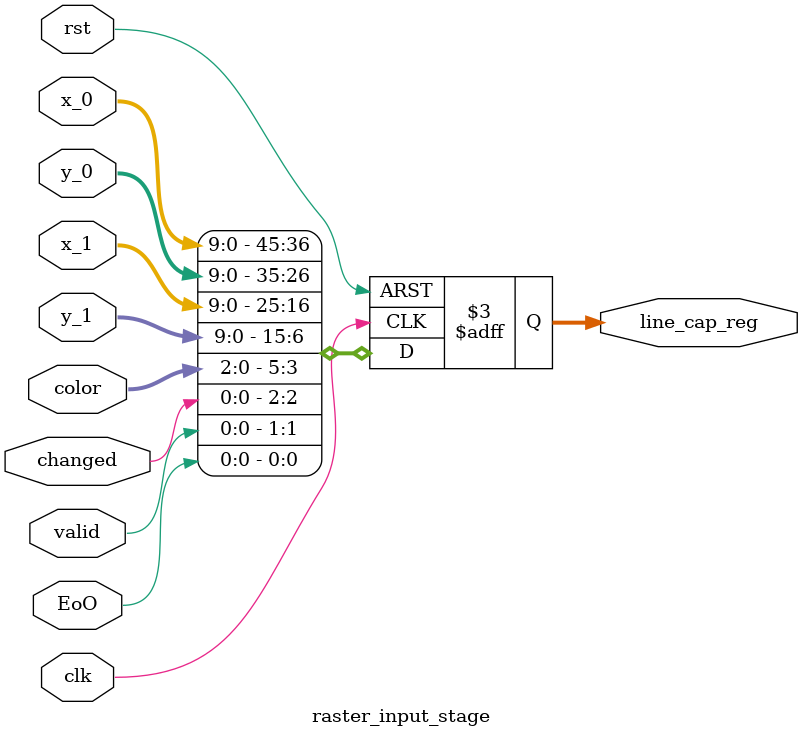
<source format=v>
module raster_input_stage(clk, rst, x_0, x_1, y_0, y_1, EoO, valid, color, changed, line_cap_reg);

input clk, rst, EoO, valid, changed;
input [9:0] x_0, x_1, y_0, y_1;
input [2:0] color;

output reg [45:0] line_cap_reg;
//register that keeps all these values (consider this a pipeline stage)

always @(posedge clk, negedge rst)
  begin 
    if(~rst)
      begin
        line_cap_reg <= 46'h00;
      end
    else
      begin
        line_cap_reg <= {x_0, y_0, x_1, y_1, color, changed, valid, EoO};
      end
end

endmodule


</source>
